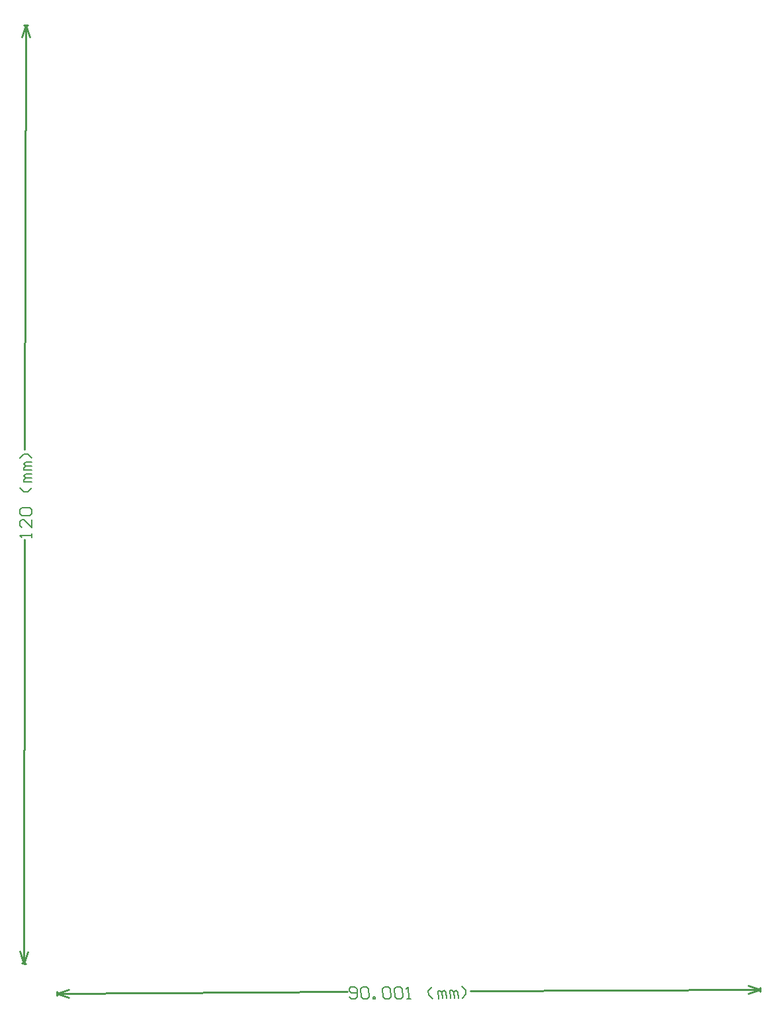
<source format=gm1>
%FSLAX44Y44*%
%MOMM*%
G71*
G01*
G75*
G04 Layer_Color=16711935*
%ADD10R,1.0000X1.0000*%
%ADD11R,0.7600X1.7800*%
%ADD12R,0.7200X1.7800*%
%ADD13R,1.0000X1.0000*%
%ADD14R,5.5000X2.0000*%
%ADD15R,2.6000X4.3000*%
%ADD16R,5.5000X5.7000*%
%ADD17R,1.5000X0.5500*%
%ADD18R,0.5500X1.5000*%
%ADD19C,0.3000*%
%ADD20C,0.6000*%
%ADD21C,1.2000*%
%ADD22C,0.4000*%
%ADD23C,2.0000*%
%ADD24C,0.2540*%
%ADD25C,1.8000*%
%ADD26C,1.7000*%
%ADD27C,2.0000*%
%ADD28R,2.0000X2.0000*%
%ADD29C,0.9000*%
%ADD30C,3.4000*%
%ADD31C,1.2700*%
%ADD32C,1.5000*%
%ADD33R,1.0000X1.4000*%
%ADD34C,0.2500*%
%ADD35C,0.2000*%
%ADD36C,0.5000*%
%ADD37R,1.2032X1.2032*%
%ADD38R,0.9632X1.9832*%
%ADD39R,0.9232X1.9832*%
%ADD40R,1.2032X1.2032*%
%ADD41R,5.7032X2.2032*%
%ADD42R,2.8032X4.5032*%
%ADD43R,5.7032X5.9032*%
%ADD44R,1.7032X0.7532*%
%ADD45R,0.7532X1.7032*%
%ADD46C,2.0032*%
%ADD47C,1.9032*%
%ADD48C,2.2032*%
%ADD49R,2.2032X2.2032*%
%ADD50C,1.1032*%
%ADD51C,3.6032*%
%ADD52C,1.4732*%
%ADD53C,1.7032*%
%ADD54R,1.2032X1.6032*%
%ADD55C,0.1524*%
D24*
X-42540Y1200006D02*
X-37460Y1199994D01*
X-45540Y6D02*
X-40460Y-6D01*
X-40000Y1200000D02*
X-34958Y1184747D01*
X-45118Y1184773D02*
X-40000Y1200000D01*
X-43000Y0D02*
X-37882Y15227D01*
X-48042Y15253D02*
X-43000Y0D01*
X-41357Y657387D02*
X-40000Y1200000D01*
X-43000Y0D02*
X-41644Y542613D01*
X899972Y-30920D02*
X900000Y-36000D01*
X-28Y-35920D02*
X0Y-41000D01*
X884774Y-38625D02*
X899986Y-33460D01*
X884718Y-28465D02*
X899986Y-33460D01*
X-14Y-38460D02*
X15254Y-43455D01*
X-14Y-38460D02*
X15197Y-33296D01*
X528954Y-35521D02*
X899986Y-33460D01*
X-14Y-38460D02*
X371017Y-36399D01*
D55*
X-32496Y545131D02*
X-32483Y550209D01*
X-32489Y547670D01*
X-47724Y547708D01*
X-45191Y545162D01*
X-32438Y567983D02*
X-32464Y557826D01*
X-42595Y568008D01*
X-45134Y568015D01*
X-47680Y565482D01*
X-47692Y560404D01*
X-45160Y557858D01*
X-45122Y573093D02*
X-47654Y575639D01*
X-47642Y580717D01*
X-45096Y583250D01*
X-34940Y583224D01*
X-32407Y580679D01*
X-32419Y575601D01*
X-34965Y573068D01*
X-45122Y573093D01*
X-32337Y608610D02*
X-37428Y603544D01*
X-42506Y603557D01*
X-47572Y608648D01*
X-32318Y616227D02*
X-42474Y616253D01*
X-42468Y618792D01*
X-39923Y621325D01*
X-32305Y621306D01*
X-39923Y621325D01*
X-42456Y623870D01*
X-39910Y626403D01*
X-32292Y626384D01*
X-32280Y631462D02*
X-42436Y631488D01*
X-42430Y634027D01*
X-39885Y636560D01*
X-32267Y636541D01*
X-39885Y636560D01*
X-42417Y639105D01*
X-39872Y641638D01*
X-32254Y641619D01*
X-32242Y646697D02*
X-37307Y651788D01*
X-42386Y651801D01*
X-47477Y646736D01*
X373594Y-42987D02*
X376147Y-45512D01*
X381226Y-45484D01*
X383750Y-42930D01*
X383694Y-32774D01*
X381141Y-30249D01*
X376063Y-30277D01*
X373537Y-32830D01*
X373552Y-35370D01*
X376105Y-37894D01*
X383722Y-37852D01*
X388772Y-32746D02*
X391297Y-30192D01*
X396376Y-30164D01*
X398929Y-32689D01*
X398985Y-42846D01*
X396460Y-45399D01*
X391382Y-45427D01*
X388829Y-42902D01*
X388772Y-32746D01*
X404078Y-45357D02*
X404064Y-42818D01*
X406603Y-42804D01*
X406617Y-45343D01*
X404078Y-45357D01*
X416703Y-32591D02*
X419228Y-30037D01*
X424306Y-30009D01*
X426860Y-32534D01*
X426916Y-42691D01*
X424391Y-45244D01*
X419313Y-45272D01*
X416759Y-42747D01*
X416703Y-32591D01*
X431938Y-32506D02*
X434463Y-29953D01*
X439541Y-29924D01*
X442094Y-32450D01*
X442151Y-42606D01*
X439626Y-45159D01*
X434547Y-45188D01*
X431994Y-42663D01*
X431938Y-32506D01*
X447243Y-45117D02*
X452321Y-45089D01*
X449782Y-45103D01*
X449698Y-29868D01*
X447173Y-32421D01*
X480252Y-44934D02*
X475145Y-39883D01*
X475117Y-34805D01*
X480167Y-29699D01*
X487869Y-44891D02*
X487813Y-34735D01*
X490352Y-34721D01*
X492905Y-37246D01*
X492948Y-44863D01*
X492905Y-37246D01*
X495430Y-34692D01*
X497984Y-37218D01*
X498026Y-44835D01*
X503104Y-44807D02*
X503048Y-34650D01*
X505587Y-34636D01*
X508140Y-37161D01*
X508182Y-44778D01*
X508140Y-37161D01*
X510665Y-34608D01*
X513218Y-37133D01*
X513261Y-44750D01*
X518339Y-44722D02*
X523389Y-39615D01*
X523361Y-34537D01*
X518254Y-29487D01*
M02*

</source>
